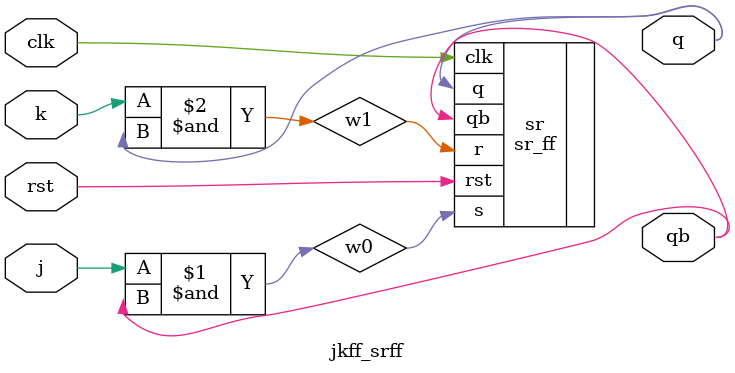
<source format=v>
`include "sr_ff.v"
module jkff_srff(clk,rst,j,k,q,qb);
   input clk,rst,j,k;
   output q,qb;
   and g1(w0,j,qb);
   and g2(w1,k,q);
   sr_ff sr(.s(w0),.r(w1),.rst(rst),.clk(clk),.q(q),.qb(qb));
endmodule

</source>
